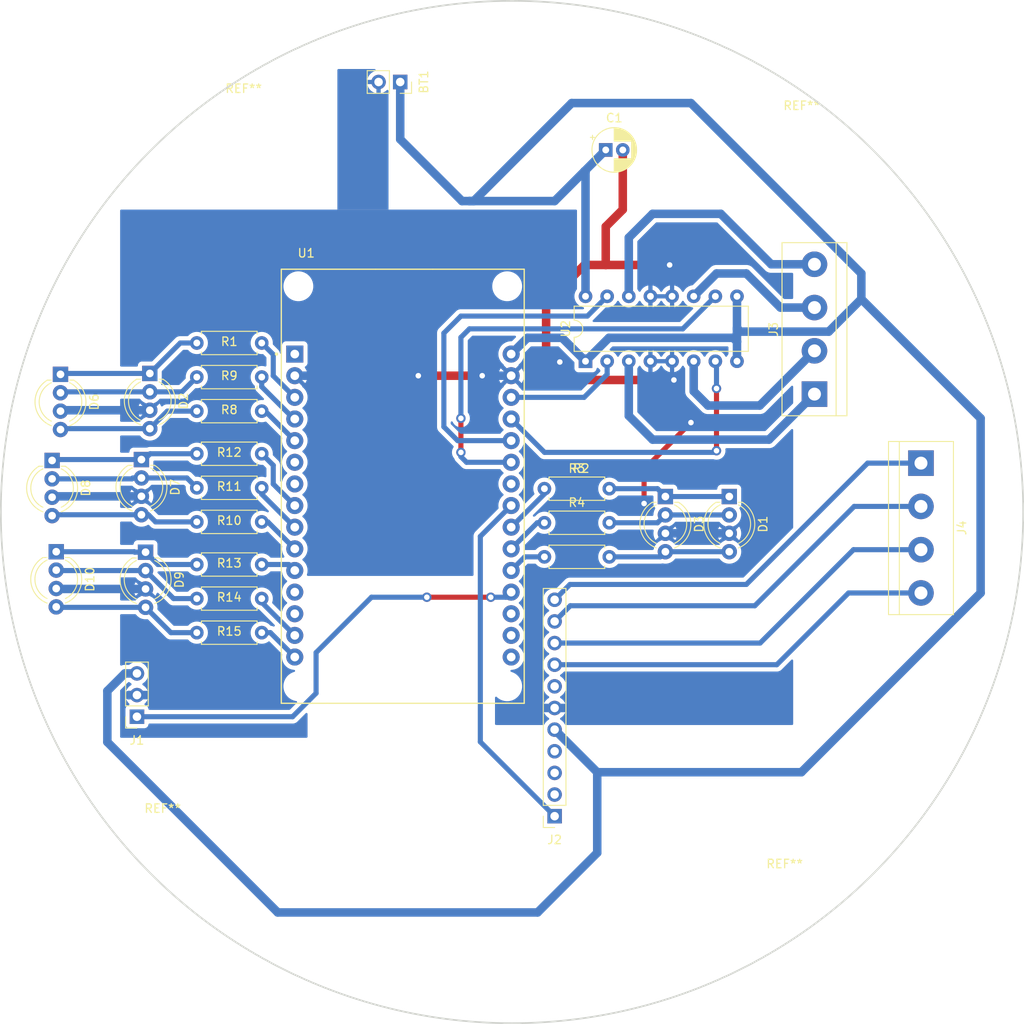
<source format=kicad_pcb>
(kicad_pcb (version 20240108) (generator "pcbnew") (generator_version "8.0")
  (layers (0 "F.Cu" signal) (31 "B.Cu" signal) (34 "B.Paste" user) (35 "F.Paste" user) (36 "B.SilkS" user "B.Silkscreen") (37 "F.SilkS" user "F.Silkscreen") (38 "B.Mask" user) (39 "F.Mask" user) (44 "Edge.Cuts" user))
  (net 0 "")
  (net 1 "+5V")
  (net 2 "GND")
  (net 3 "Net-(D1-GK)")
  (net 4 "Net-(D1-BK)")
  (net 5 "Net-(D1-RK)")
  (net 6 "Net-(D2-BK)")
  (net 7 "Net-(D2-GK)")
  (net 8 "Net-(D2-RK)")
  (net 9 "Net-(D7-BK)")
  (net 10 "Net-(D7-GK)")
  (net 11 "Net-(D7-RK)")
  (net 12 "Net-(D10-BK)")
  (net 13 "Net-(D10-GK)")
  (net 14 "Net-(D10-RK)")
  (net 15 "Net-(J1-Pin_1)")
  (net 16 "Net-(J2-Pin_11)")
  (net 17 "Net-(J2-Pin_8)")
  (net 20 "/C25")
  (net 22 "Net-(J2-Pin_10)")
  (net 23 "Net-(J2-Pin_9)")
  (net 24 "Net-(U1-D15)")
  (net 25 "Net-(U1-D35)")
  (net 26 "Net-(U1-D33)")
  (net 27 "Net-(U1-D32)")
  (net 28 "Net-(U1-D4)")
  (net 29 "Net-(U1-D2)")
  (net 30 "Net-(U1-D19)")
  (net 31 "Net-(U1-D18)")
  (net 32 "Net-(U1-D5)")
  (net 33 "/C21")
  (net 34 "Net-(U1-D22)")
  (net 35 "Net-(U1-D23)")
  (net 38 "/C27")
  (net 39 "/C14")
  (net 41 "/C12")
  (net 45 "/C13")
  (net 50 "/Pot_4")
  (net 51 "/Pot_3")
  (net 52 "/Pot_1")
  (net 53 "/Pot_2")
  (footprint "MountingHole:MountingHole_3.2mm_M3" (layer "F.Cu") (at 207 47)
    (property "Reference" "REF**" (at 0 -4.2 0) (layer "F.SilkS"))
    (property "Value" "MountingHole_3.2mm_M3")
    (pad "" np_thru_hole circle (at 0 0) (size 3.2 3.2) (drill 3.2) (layers "F&B.Cu" "*.Mask"))
  )
  (footprint "Resistor_THT:R_Axial_DIN0207_L6.3mm_D2.5mm_P7.62mm_Horizontal" (layer "F.Cu") (at 176.8 87.76)
    (property "Reference" "R3" (at 3.81 -2.37 0) (layer "F.SilkS"))
    (property "Value" "R_US")
    (pad "1" thru_hole circle (at 0 0) (size 1.6 1.6) (drill 0.8) (layers "*.Cu" "*.Mask") (net 26 "Net-(U1-D33)"))
    (pad "2" thru_hole oval (at 7.62 0) (size 1.6 1.6) (drill 0.8) (layers "*.Cu" "*.Mask") (net 5 "Net-(D1-RK)"))
  )
  (footprint "LED_THT:LED_D5.0mm-4_RGB_Wide_Pins" (layer "F.Cu") (at 119.015 84.448 -90)
    (property "Reference" "D8" (at 3.2385 -3.96 90) (layer "F.SilkS"))
    (property "Value" "LED_RBAG")
    (pad "1" thru_hole rect (at 0 0 270) (size 1.8 1.8) (drill 0.9) (layers "*.Cu" "*.Mask") (net 11 "Net-(D7-RK)"))
    (pad "2" thru_hole circle (at 2.159 0 270) (size 1.8 1.8) (drill 0.9) (layers "*.Cu" "*.Mask") (net 9 "Net-(D7-BK)"))
    (pad "3" thru_hole circle (at 4.318 0 270) (size 1.8 1.8) (drill 0.9) (layers "*.Cu" "*.Mask") (net 2 "GND"))
    (pad "4" thru_hole circle (at 6.477 0 270) (size 1.8 1.8) (drill 0.9) (layers "*.Cu" "*.Mask") (net 10 "Net-(D7-GK)"))
  )
  (footprint "MountingHole:MountingHole_3.2mm_M3" (layer "F.Cu") (at 205 136)
    (property "Reference" "REF**" (at 0 -4.2 0) (layer "F.SilkS"))
    (property "Value" "MountingHole_3.2mm_M3")
    (pad "" np_thru_hole circle (at 0 0) (size 3.2 3.2) (drill 3.2) (layers "*.Cu" "*.Mask"))
  )
  (footprint "Resistor_THT:R_Axial_DIN0207_L6.3mm_D2.5mm_P7.62mm_Horizontal" (layer "F.Cu") (at 136 104.659)
    (property "Reference" "R15" (at 3.81 -0.159 0) (layer "F.SilkS"))
    (property "Value" "R_US")
    (pad "1" thru_hole circle (at 0 0) (size 1.6 1.6) (drill 0.8) (layers "*.Cu" "*.Mask") (net 13 "Net-(D10-GK)"))
    (pad "2" thru_hole oval (at 7.62 0) (size 1.6 1.6) (drill 0.8) (layers "*.Cu" "*.Mask") (net 35 "Net-(U1-D23)"))
  )
  (footprint "LED_THT:LED_D5.0mm-4_RGB_Wide_Pins" (layer "F.Cu") (at 119.5 95.159 -90)
    (property "Reference" "D10" (at 3.2385 -3.96 90) (layer "F.SilkS"))
    (property "Value" "LED_RBAG")
    (pad "1" thru_hole rect (at 0 0 270) (size 1.8 1.8) (drill 0.9) (layers "*.Cu" "*.Mask") (net 14 "Net-(D10-RK)"))
    (pad "2" thru_hole circle (at 2.159 0 270) (size 1.8 1.8) (drill 0.9) (layers "*.Cu" "*.Mask") (net 12 "Net-(D10-BK)"))
    (pad "3" thru_hole circle (at 4.318 0 270) (size 1.8 1.8) (drill 0.9) (layers "*.Cu" "*.Mask") (net 2 "GND"))
    (pad "4" thru_hole circle (at 6.477 0 270) (size 1.8 1.8) (drill 0.9) (layers "*.Cu" "*.Mask") (net 13 "Net-(D10-GK)"))
  )
  (footprint "TerminalBlock:TerminalBlock_bornier-4_P5.08mm" (layer "F.Cu") (at 221 84.76 -90)
    (property "Reference" "J4" (at 7.6 -4.8 90) (layer "F.SilkS"))
    (property "Value" "Parlantes")
    (pad "1" thru_hole rect (at 0 0 270) (size 3 3) (drill 1.52) (layers "*.Cu" "*.Mask") (net 16 "Net-(J2-Pin_11)"))
    (pad "2" thru_hole circle (at 5.08 0 270) (size 3 3) (drill 1.52) (layers "*.Cu" "*.Mask") (net 22 "Net-(J2-Pin_10)"))
    (pad "3" thru_hole circle (at 10.16 0 270) (size 3 3) (drill 1.52) (layers "*.Cu" "*.Mask") (net 23 "Net-(J2-Pin_9)"))
    (pad "4" thru_hole circle (at 15.24 0 270) (size 3 3) (drill 1.52) (layers "*.Cu" "*.Mask") (net 17 "Net-(J2-Pin_8)"))
  )
  (footprint "TerminalBlock:TerminalBlock_bornier-4_P5.08mm" (layer "F.Cu") (at 208.5 76.66 90)
    (property "Reference" "J3" (at 7.6 -4.8 90) (layer "F.SilkS"))
    (property "Value" "Motores")
    (pad "1" thru_hole rect (at 0 0 90) (size 3 3) (drill 1.52) (layers "*.Cu" "*.Mask") (net 52 "/Pot_1"))
    (pad "2" thru_hole circle (at 5.08 0 90) (size 3 3) (drill 1.52) (layers "*.Cu" "*.Mask") (net 53 "/Pot_2"))
    (pad "3" thru_hole circle (at 10.16 0 90) (size 3 3) (drill 1.52) (layers "*.Cu" "*.Mask") (net 50 "/Pot_4"))
    (pad "4" thru_hole circle (at 15.24 0 90) (size 3 3) (drill 1.52) (layers "*.Cu" "*.Mask") (net 51 "/Pot_3"))
  )
  (footprint "MountingHole:MountingHole_3.2mm_M3" (layer "F.Cu") (at 141.5 45)
    (property "Reference" "REF**" (at 0 -4.2 0) (layer "F.SilkS"))
    (property "Value" "MountingHole_3.2mm_M3")
    (pad "" np_thru_hole circle (at 0 0) (size 3.2 3.2) (drill 3.2) (layers "*.Cu" "*.Mask"))
  )
  (footprint "Connector_PinSocket_2.54mm:PinSocket_1x03_P2.54mm_Vertical" (layer "F.Cu") (at 128.975 114.525 180)
    (property "Reference" "J1" (at 0 -2.77 0) (layer "F.SilkS"))
    (property "Value" "SensorSonido")
    (pad "1" thru_hole rect (at 0 0 180) (size 1.7 1.7) (drill 1) (layers "*.Cu" "*.Mask") (net 15 "Net-(J1-Pin_1)"))
    (pad "2" thru_hole oval (at 0 2.54 180) (size 1.7 1.7) (drill 1) (layers "*.Cu" "*.Mask") (net 2 "GND"))
    (pad "3" thru_hole oval (at 0 5.08 180) (size 1.7 1.7) (drill 1) (layers "*.Cu" "*.Mask") (net 1 "+5V"))
  )
  (footprint "Resistor_THT:R_Axial_DIN0207_L6.3mm_D2.5mm_P7.62mm_Horizontal" (layer "F.Cu") (at 136 100.659)
    (property "Reference" "R14" (at 3.81 -0.159 0) (layer "F.SilkS"))
    (property "Value" "R_US")
    (pad "1" thru_hole circle (at 0 0) (size 1.6 1.6) (drill 0.8) (layers "*.Cu" "*.Mask") (net 12 "Net-(D10-BK)"))
    (pad "2" thru_hole oval (at 7.62 0) (size 1.6 1.6) (drill 0.8) (layers "*.Cu" "*.Mask") (net 34 "Net-(U1-D22)"))
  )
  (footprint "LED_THT:LED_D5.0mm-4_RGB_Wide_Pins" (layer "F.Cu") (at 129.985 95.211 -90)
    (property "Reference" "D9" (at 3.2385 -3.96 90) (layer "F.SilkS"))
    (property "Value" "LED_RBAG")
    (pad "1" thru_hole rect (at 0 0 270) (size 1.8 1.8) (drill 0.9) (layers "*.Cu" "*.Mask") (net 14 "Net-(D10-RK)"))
    (pad "2" thru_hole circle (at 2.159 0 270) (size 1.8 1.8) (drill 0.9) (layers "*.Cu" "*.Mask") (net 12 "Net-(D10-BK)"))
    (pad "3" thru_hole circle (at 4.318 0 270) (size 1.8 1.8) (drill 0.9) (layers "*.Cu" "*.Mask") (net 2 "GND"))
    (pad "4" thru_hole circle (at 6.477 0 270) (size 1.8 1.8) (drill 0.9) (layers "*.Cu" "*.Mask") (net 13 "Net-(D10-GK)"))
  )
  (footprint "LED_THT:LED_D5.0mm-4_RGB_Wide_Pins" (layer "F.Cu") (at 130.485 74.234 -90)
    (property "Reference" "D2" (at 3.2385 -3.96 90) (layer "F.SilkS"))
    (property "Value" "LED_RBAG")
    (pad "1" thru_hole rect (at 0 0 270) (size 1.8 1.8) (drill 0.9) (layers "*.Cu" "*.Mask") (net 8 "Net-(D2-RK)"))
    (pad "2" thru_hole circle (at 2.159 0 270) (size 1.8 1.8) (drill 0.9) (layers "*.Cu" "*.Mask") (net 6 "Net-(D2-BK)"))
    (pad "3" thru_hole circle (at 4.318 0 270) (size 1.8 1.8) (drill 0.9) (layers "*.Cu" "*.Mask") (net 2 "GND"))
    (pad "4" thru_hole circle (at 6.477 0 270) (size 1.8 1.8) (drill 0.9) (layers "*.Cu" "*.Mask") (net 7 "Net-(D2-GK)"))
  )
  (footprint "Connector_PinSocket_2.54mm:PinSocket_1x11_P2.54mm_Vertical" (layer "F.Cu") (at 178 126.2 180)
    (property "Reference" "J2" (at 0 -2.77 0) (layer "F.SilkS"))
    (property "Value" "Amplificador")
    (pad "1" thru_hole rect (at 0 0 180) (size 1.7 1.7) (drill 1) (layers "*.Cu" "*.Mask") (net 20 "/C25"))
    (pad "2" thru_hole oval (at 0 2.54 180) (size 1.7 1.7) (drill 1) (layers "*.Cu" "*.Mask"))
    (pad "3" thru_hole oval (at 0 5.08 180) (size 1.7 1.7) (drill 1) (layers "*.Cu" "*.Mask"))
    (pad "4" thru_hole oval (at 0 7.62 180) (size 1.7 1.7) (drill 1) (layers "*.Cu" "*.Mask"))
    (pad "5" thru_hole oval (at 0 10.16 180) (size 1.7 1.7) (drill 1) (layers "*.Cu" "*.Mask") (net 1 "+5V"))
    (pad "6" thru_hole oval (at 0 12.7 180) (size 1.7 1.7) (drill 1) (layers "*.Cu" "*.Mask") (net 2 "GND"))
    (pad "7" thru_hole oval (at 0 15.24 180) (size 1.7 1.7) (drill 1) (layers "*.Cu" "*.Mask"))
    (pad "8" thru_hole oval (at 0 17.78 180) (size 1.7 1.7) (drill 1) (layers "*.Cu" "*.Mask") (net 17 "Net-(J2-Pin_8)"))
    (pad "9" thru_hole oval (at 0 20.32 180) (size 1.7 1.7) (drill 1) (layers "*.Cu" "*.Mask") (net 23 "Net-(J2-Pin_9)"))
    (pad "10" thru_hole oval (at 0 22.86 180) (size 1.7 1.7) (drill 1) (layers "*.Cu" "*.Mask") (net 22 "Net-(J2-Pin_10)"))
    (pad "11" thru_hole oval (at 0 25.4 180) (size 1.7 1.7) (drill 1) (layers "*.Cu" "*.Mask") (net 16 "Net-(J2-Pin_11)"))
  )
  (footprint "Resistor_THT:R_Axial_DIN0207_L6.3mm_D2.5mm_P7.62mm_Horizontal" (layer "F.Cu") (at 136 83.659)
    (property "Reference" "R12" (at 3.81 -0.159 0) (layer "F.SilkS"))
    (property "Value" "R_US")
    (pad "1" thru_hole circle (at 0 0) (size 1.6 1.6) (drill 0.8) (layers "*.Cu" "*.Mask") (net 11 "Net-(D7-RK)"))
    (pad "2" thru_hole oval (at 7.62 0) (size 1.6 1.6) (drill 0.8) (layers "*.Cu" "*.Mask") (net 32 "Net-(U1-D5)"))
  )
  (footprint "LED_THT:LED_D5.0mm-4_RGB_Wide_Pins" (layer "F.Cu") (at 129.5 84.341 -90)
    (property "Reference" "D7" (at 3.2385 -3.96 90) (layer "F.SilkS"))
    (property "Value" "LED_RBAG")
    (pad "1" thru_hole rect (at 0 0 270) (size 1.8 1.8) (drill 0.9) (layers "*.Cu" "*.Mask") (net 11 "Net-(D7-RK)"))
    (pad "2" thru_hole circle (at 2.159 0 270) (size 1.8 1.8) (drill 0.9) (layers "*.Cu" "*.Mask") (net 9 "Net-(D7-BK)"))
    (pad "3" thru_hole circle (at 4.318 0 270) (size 1.8 1.8) (drill 0.9) (layers "*.Cu" "*.Mask") (net 2 "GND"))
    (pad "4" thru_hole circle (at 6.477 0 270) (size 1.8 1.8) (drill 0.9) (layers "*.Cu" "*.Mask") (net 10 "Net-(D7-GK)"))
  )
  (footprint "LED_THT:LED_D5.0mm-4_RGB_Wide_Pins" (layer "F.Cu") (at 120 74.341 -90)
    (property "Reference" "D6" (at 3.2385 -3.96 90) (layer "F.SilkS"))
    (property "Value" "LED_RBAG")
    (pad "1" thru_hole rect (at 0 0 270) (size 1.8 1.8) (drill 0.9) (layers "*.Cu" "*.Mask") (net 8 "Net-(D2-RK)"))
    (pad "2" thru_hole circle (at 2.159 0 270) (size 1.8 1.8) (drill 0.9) (layers "*.Cu" "*.Mask") (net 6 "Net-(D2-BK)"))
    (pad "3" thru_hole circle (at 4.318 0 270) (size 1.8 1.8) (drill 0.9) (layers "*.Cu" "*.Mask") (net 2 "GND"))
    (pad "4" thru_hole circle (at 6.477 0 270) (size 1.8 1.8) (drill 0.9) (layers "*.Cu" "*.Mask") (net 7 "Net-(D2-GK)"))
  )
  (footprint "Resistor_THT:R_Axial_DIN0207_L6.3mm_D2.5mm_P7.62mm_Horizontal" (layer "F.Cu") (at 136 96.659)
    (property "Reference" "R13" (at 3.81 -0.159 0) (layer "F.SilkS"))
    (property "Value" "R_US")
    (pad "1" thru_hole circle (at 0 0) (size 1.6 1.6) (drill 0.8) (layers "*.Cu" "*.Mask") (net 14 "Net-(D10-RK)"))
    (pad "2" thru_hole oval (at 7.62 0) (size 1.6 1.6) (drill 0.8) (layers "*.Cu" "*.Mask") (net 33 "/C21"))
  )
  (footprint "Capacitor_THT:CP_Radial_D5.0mm_P2.00mm" (layer "F.Cu") (at 184 48)
    (property "Reference" "C1" (at 1 -3.75 0) (layer "F.SilkS"))
    (property "Value" "C_Polarized")
    (pad "1" thru_hole rect (at 0 0) (size 1.6 1.6) (drill 0.8) (layers "*.Cu" "*.Mask") (net 1 "+5V"))
    (pad "2" thru_hole circle (at 2 0) (size 1.6 1.6) (drill 0.8) (layers "*.Cu" "*.Mask") (net 2 "GND"))
  )
  (footprint "LED_THT:LED_D5.0mm-4_RGB_Wide_Pins" (layer "F.Cu") (at 191 88.682 -90)
    (property "Reference" "D3" (at 3.2385 -3.96 90) (layer "F.SilkS"))
    (property "Value" "LED_RBAG")
    (pad "1" thru_hole rect (at 0 0 270) (size 1.8 1.8) (drill 0.9) (layers "*.Cu" "*.Mask") (net 5 "Net-(D1-RK)"))
    (pad "2" thru_hole circle (at 2.159 0 270) (size 1.8 1.8) (drill 0.9) (layers "*.Cu" "*.Mask") (net 4 "Net-(D1-BK)"))
    (pad "3" thru_hole circle (at 4.318 0 270) (size 1.8 1.8) (drill 0.9) (layers "*.Cu" "*.Mask") (net 2 "GND"))
    (pad "4" thru_hole circle (at 6.477 0 270) (size 1.8 1.8) (drill 0.9) (layers "*.Cu" "*.Mask") (net 3 "Net-(D1-GK)"))
  )
  (footprint "Resistor_THT:R_Axial_DIN0207_L6.3mm_D2.5mm_P7.62mm_Horizontal" (layer "F.Cu") (at 176.8 95.76)
    (property "Reference" "R2" (at 4.31 -10.37 0) (layer "F.SilkS"))
    (property "Value" "R_US")
    (pad "1" thru_hole circle (at 0 0) (size 1.6 1.6) (drill 0.8) (layers "*.Cu" "*.Mask") (net 25 "Net-(U1-D35)"))
    (pad "2" thru_hole oval (at 7.62 0) (size 1.6 1.6) (drill 0.8) (layers "*.Cu" "*.Mask") (net 3 "Net-(D1-GK)"))
  )
  (footprint "MountingHole:MountingHole_3.2mm_M3" (layer "F.Cu") (at 132 129.5)
    (property "Reference" "REF**" (at 0 -4.2 0) (layer "F.SilkS"))
    (property "Value" "MountingHole_3.2mm_M3")
    (pad "" np_thru_hole circle (at 0 0) (size 3.2 3.2) (drill 3.2) (layers "F&B.Cu" "*.Mask"))
  )
  (footprint "LED_THT:LED_D5.0mm-4_RGB_Wide_Pins" (layer "F.Cu") (at 198.5 88.682 -90)
    (property "Reference" "D1" (at 3.2385 -3.96 90) (layer "F.SilkS"))
    (property "Value" "LED_RBAG")
    (pad "1" thru_hole rect (at 0 0 270) (size 1.8 1.8) (drill 0.9) (layers "*.Cu" "*.Mask") (net 5 "Net-(D1-RK)"))
    (pad "2" thru_hole circle (at 2.159 0 270) (size 1.8 1.8) (drill 0.9) (layers "*.Cu" "*.Mask") (net 4 "Net-(D1-BK)"))
    (pad "3" thru_hole circle (at 4.318 0 270) (size 1.8 1.8) (drill 0.9) (layers "*.Cu" "*.Mask") (net 2 "GND"))
    (pad "4" thru_hole circle (at 6.477 0 270) (size 1.8 1.8) (drill 0.9) (layers "*.Cu" "*.Mask") (net 3 "Net-(D1-GK)"))
  )
  (footprint "Resistor_THT:R_Axial_DIN0207_L6.3mm_D2.5mm_P7.62mm_Horizontal" (layer "F.Cu") (at 136 70.659)
    (property "Reference" "R1" (at 3.81 -0.159 0) (layer "F.SilkS"))
    (property "Value" "R_US")
    (pad "1" thru_hole circle (at 0 0) (size 1.6 1.6) (drill 0.8) (layers "*.Cu" "*.Mask") (net 8 "Net-(D2-RK)"))
    (pad "2" thru_hole oval (at 7.62 0) (size 1.6 1.6) (drill 0.8) (layers "*.Cu" "*.Mask") (net 24 "Net-(U1-D15)"))
  )
  (footprint "Resistor_THT:R_Axial_DIN0207_L6.3mm_D2.5mm_P7.62mm_Horizontal" (layer "F.Cu") (at 176.8 91.76)
    (property "Reference" "R4" (at 3.81 -2.37 0) (layer "F.SilkS"))
    (property "Value" "R_US")
    (pad "1" thru_hole circle (at 0 0) (size 1.6 1.6) (drill 0.8) (layers "*.Cu" "*.Mask") (net 27 "Net-(U1-D32)"))
    (pad "2" thru_hole oval (at 7.62 0) (size 1.6 1.6) (drill 0.8) (layers "*.Cu" "*.Mask") (net 4 "Net-(D1-BK)"))
  )
  (footprint "ESP32:MODULE_ESP32_DEVKIT_V1" (layer "F.Cu") (at 160.2 87.475)
    (property "Reference" "U1" (at -11.355 -27.36 0) (layer "F.SilkS"))
    (property "Value" "ESP32-DEVKIT-V1")
    (pad "" np_thru_hole circle (at -12.28 -23.475) (size 3 3) (drill 3) (layers "*.Cu" "*.Mask"))
    (pad "" np_thru_hole circle (at -12.28 23.475) (size 3 3) (drill 3) (layers "*.Cu" "*.Mask"))
    (pad "" np_thru_hole circle (at 12.23 -23.475) (size 3 3) (drill 3) (layers "*.Cu" "*.Mask"))
    (pad "" np_thru_hole circle (at 12.23 23.475) (size 3 3) (drill 3) (layers "*.Cu" "*.Mask"))
    (pad "1" thru_hole rect (at -12.7 -15.515) (size 2 2) (drill 1.02) (layers "*.Cu" "*.Mask"))
    (pad "2" thru_hole circle (at -12.7 -12.975) (size 2 2) (drill 1.02) (layers "*.Cu" "*.Mask") (net 2 "GND"))
    (pad "3" thru_hole circle (at -12.7 -10.435) (size 2 2) (drill 1.02) (layers "*.Cu" "*.Mask") (net 24 "Net-(U1-D15)"))
    (pad "4" thru_hole circle (at -12.7 -7.895) (size 2 2) (drill 1.02) (layers "*.Cu" "*.Mask") (net 29 "Net-(U1-D2)"))
    (pad "5" thru_hole circle (at -12.7 -5.355) (size 2 2) (drill 1.02) (layers "*.Cu" "*.Mask") (net 28 "Net-(U1-D4)"))
    (pad "6" thru_hole circle (at -12.7 -2.815) (size 2 2) (drill 1.02) (layers "*.Cu" "*.Mask"))
    (pad "7" thru_hole circle (at -12.7 -0.275) (size 2 2) (drill 1.02) (layers "*.Cu" "*.Mask"))
    (pad "8" thru_hole circle (at -12.7 2.265) (size 2 2) (drill 1.02) (layers "*.Cu" "*.Mask") (net 32 "Net-(U1-D5)"))
    (pad "9" thru_hole circle (at -12.7 4.805) (size 2 2) (drill 1.02) (layers "*.Cu" "*.Mask") (net 31 "Net-(U1-D18)"))
    (pad "10" thru_hole circle (at -12.7 7.345) (size 2 2) (drill 1.02) (layers "*.Cu" "*.Mask") (net 30 "Net-(U1-D19)"))
    (pad "11" thru_hole circle (at -12.7 9.885) (size 2 2) (drill 1.02) (layers "*.Cu" "*.Mask") (net 33 "/C21"))
    (pad "12" thru_hole circle (at -12.7 12.425) (size 2 2) (drill 1.02) (layers "*.Cu" "*.Mask"))
    (pad "13" thru_hole circle (at -12.7 14.965) (size 2 2) (drill 1.02) (layers "*.Cu" "*.Mask"))
    (pad "14" thru_hole circle (at -12.7 17.505) (size 2 2) (drill 1.02) (layers "*.Cu" "*.Mask") (net 34 "Net-(U1-D22)"))
    (pad "15" thru_hole circle (at -12.7 20.045) (size 2 2) (drill 1.02) (layers "*.Cu" "*.Mask") (net 35 "Net-(U1-D23)"))
    (pad "16" thru_hole circle (at 12.7 20.045) (size 2 2) (drill 1.02) (layers "*.Cu" "*.Mask"))
    (pad "17" thru_hole circle (at 12.7 17.505) (size 2 2) (drill 1.02) (layers "*.Cu" "*.Mask"))
    (pad "18" thru_hole circle (at 12.7 14.965) (size 2 2) (drill 1.02) (layers "*.Cu" "*.Mask"))
    (pad "19" thru_hole circle (at 12.7 12.425) (size 2 2) (drill 1.02) (layers "*.Cu" "*.Mask") (net 15 "Net-(J1-Pin_1)"))
    (pad "20" thru_hole circle (at 12.7 9.885) (size 2 2) (drill 1.02) (layers "*.Cu" "*.Mask") (net 25 "Net-(U1-D35)"))
    (pad "21" thru_hole circle (at 12.7 7.345) (size 2 2) (drill 1.02) (layers "*.Cu" "*.Mask") (net 27 "Net-(U1-D32)"))
    (pad "22" thru_hole circle (at 12.7 4.805) (size 2 2) (drill 1.02) (layers "*.Cu" "*.Mask") (net 26 "Net-(U1-D33)"))
    (pad "23" thru_hole circle (at 12.7 2.265) (size 2 2) (drill 1.02) (layers "*.Cu" "*.Mask") (net 20 "/C25"))
    (pad "24" thru_hole circle (at 12.7 -0.275) (size 2 2) (drill 1.02) (layers "*.Cu" "*.Mask"))
    (pad "25" thru_hole circle (at 12.7 -2.815) (size 2 2) (drill 1.02) (layers "*.Cu" "*.Mask") (net 38 "/C27"))
    (pad "26" thru_hole circle (at 12.7 -5.355) (size 2 2) (drill 1.02) (layers "*.Cu" "*.Mask") (net 39 "/C14"))
    (pad "27" thru_hole circle (at 12.7 -7.895) (size 2 2) (drill 1.02) (layers "*.Cu" "*.Mask") (net 41 "/C12"))
    (pad "28" thru_hole circle (at 12.7 -10.435) (size 2 2) (drill 1.02) (layers "*.Cu" "*.Mask") (net 45 "/C13"))
    (pad "29" thru_hole circle (at 12.7 -12.975) (size 2 2) (drill 1.02) (layers "*.Cu" "*.Mask") (net 2 "GND"))
    (pad "30" thru_hole circle (at 12.7 -15.515) (size 2 2) (drill 1.02) (layers "*.Cu" "*.Mask") (net 1 "+5V"))
    (zone (net 0) (net_name "") (layer "B.Cu") (connect_pads (clearance 0)) (min_thickness 0.01)
      (keepout (tracks not_allowed) (vias not_allowed) (pads not_allowed) (copperpour not_allowed) (footprints allowed))
      (fill (thermal_gap 0.508) (thermal_bridge_width 0.508))
      (polygon (pts (xy 151.29 106.46) (xy 168.98 106.46) (xy 168.98 112.95) (xy 151.29 112.95)))
    )
  )
  (footprint "Resistor_THT:R_Axial_DIN0207_L6.3mm_D2.5mm_P7.62mm_Horizontal" (layer "F.Cu") (at 136 78.659)
    (property "Reference" "R8" (at 3.81 -0.159 0) (layer "F.SilkS"))
    (property "Value" "R_US")
    (pad "1" thru_hole circle (at 0 0) (size 1.6 1.6) (drill 0.8) (layers "*.Cu" "*.Mask") (net 7 "Net-(D2-GK)"))
    (pad "2" thru_hole oval (at 7.62 0) (size 1.6 1.6) (drill 0.8) (layers "*.Cu" "*.Mask") (net 28 "Net-(U1-D4)"))
  )
  (footprint "Resistor_THT:R_Axial_DIN0207_L6.3mm_D2.5mm_P7.62mm_Horizontal" (layer "F.Cu") (at 136 87.659)
    (property "Reference" "R11" (at 3.81 -0.159 0) (layer "F.SilkS"))
    (property "Value" "R_US")
    (pad "1" thru_hole circle (at 0 0) (size 1.6 1.6) (drill 0.8) (layers "*.Cu" "*.Mask") (net 9 "Net-(D7-BK)"))
    (pad "2" thru_hole oval (at 7.62 0) (size 1.6 1.6) (drill 0.8) (layers "*.Cu" "*.Mask") (net 31 "Net-(U1-D18)"))
  )
  (footprint "Resistor_THT:R_Axial_DIN0207_L6.3mm_D2.5mm_P7.62mm_Horizontal" (layer "F.Cu") (at 136 74.659)
    (property "Reference" "R9" (at 3.81 -0.159 0) (layer "F.SilkS"))
    (property "Value" "R_US")
    (pad "1" thru_hole circle (at 0 0) (size 1.6 1.6) (drill 0.8) (layers "*.Cu" "*.Mask") (net 6 "Net-(D2-BK)"))
    (pad "2" thru_hole oval (at 7.62 0) (size 1.6 1.6) (drill 0.8) (layers "*.Cu" "*.Mask") (net 29 "Net-(U1-D2)"))
  )
  (footprint "Package_DIP:DIP-16_W7.62mm" (layer "F.Cu") (at 181.625 72.8 90)
    (property "Reference" "U2" (at 3.81 -2.33 90) (layer "F.SilkS"))
    (property "Value" "L293D")
    (pad "1" thru_hole rect (at 0 0 90) (size 1.6 1.6) (drill 0.8) (layers "*.Cu" "*.Mask") (net 1 "+5V"))
    (pad "2" thru_hole oval (at 0 2.54 90) (size 1.6 1.6) (drill 0.8) (layers "*.Cu" "*.Mask") (net 45 "/C13"))
    (pad "3" thru_hole oval (at 0 5.08 90) (size 1.6 1.6) (drill 0.8) (layers "*.Cu" "*.Mask") (net 52 "/Pot_1"))
    (pad "4" thru_hole oval (at 0 7.62 90) (size 1.6 1.6) (drill 0.8) (layers "*.Cu" "*.Mask") (net 2 "GND"))
    (pad "5" thru_hole oval (at 0 10.16 90) (size 1.6 1.6) (drill 0.8) (layers "*.Cu" "*.Mask") (net 2 "GND"))
    (pad "6" thru_hole oval (at 0 12.7 90) (size 1.6 1.6) (drill 0.8) (layers "*.Cu" "*.Mask") (net 53 "/Pot_2"))
    (pad "7" thru_hole oval (at 0 15.24 90) (size 1.6 1.6) (drill 0.8) (layers "*.Cu" "*.Mask") (net 41 "/C12"))
    (pad "8" thru_hole oval (at 0 17.78 90) (size 1.6 1.6) (drill 0.8) (layers "*.Cu" "*.Mask") (net 1 "+5V"))
    (pad "9" thru_hole oval (at 7.62 17.78 90) (size 1.6 1.6) (drill 0.8) (layers "*.Cu" "*.Mask") (net 1 "+5V"))
    (pad "10" thru_hole oval (at 7.62 15.24 90) (size 1.6 1.6) (drill 0.8) (layers "*.Cu" "*.Mask") (net 38 "/C27"))
    (pad "11" thru_hole oval (at 7.62 12.7 90) (size 1.6 1.6) (drill 0.8) (layers "*.Cu" "*.Mask") (net 50 "/Pot_4"))
    (pad "12" thru_hole oval (at 7.62 10.16 90) (size 1.6 1.6) (drill 0.8) (layers "*.Cu" "*.Mask") (net 2 "GND"))
    (pad "13" thru_hole oval (at 7.62 7.62 90) (size 1.6 1.6) (drill 0.8) (layers "*.Cu" "*.Mask") (net 2 "GND"))
    (pad "14" thru_hole oval (at 7.62 5.08 90) (size 1.6 1.6) (drill 0.8) (layers "*.Cu" "*.Mask") (net 51 "/Pot_3"))
    (pad "15" thru_hole oval (at 7.62 2.54 90) (size 1.6 1.6) (drill 0.8) (layers "*.Cu" "*.Mask") (net 39 "/C14"))
    (pad "16" thru_hole oval (at 7.62 0 90) (size 1.6 1.6) (drill 0.8) (layers "*.Cu" "*.Mask") (net 1 "+5V"))
  )
  (footprint "Resistor_THT:R_Axial_DIN0207_L6.3mm_D2.5mm_P7.62mm_Horizontal" (layer "F.Cu") (at 136 91.659)
    (property "Reference" "R10" (at 3.81 -0.159 0) (layer "F.SilkS"))
    (property "Value" "R_US")
    (pad "1" thru_hole circle (at 0 0) (size 1.6 1.6) (drill 0.8) (layers "*.Cu" "*.Mask") (net 10 "Net-(D7-GK)"))
    (pad "2" thru_hole oval (at 7.62 0) (size 1.6 1.6) (drill 0.8) (layers "*.Cu" "*.Mask") (net 30 "Net-(U1-D19)"))
  )
  (footprint "Connector_PinSocket_2.54mm:PinSocket_1x02_P2.54mm_Vertical" (layer "F.Cu") (at 159.875 40.025 -90)
    (property "Reference" "BT1" (at 0 -2.77 90) (layer "F.SilkS"))
    (property "Value" "Battery")
    (pad "1" thru_hole rect (at 0 0 270) (size 1.7 1.7) (drill 1) (layers "*.Cu" "*.Mask") (net 1 "+5V"))
    (pad "2" thru_hole oval (at 0 2.54 270) (size 1.7 1.7) (drill 1) (layers "*.Cu" "*.Mask") (net 2 "GND"))
  )
  (gr_circle (center 173 90.5) (end 233 90.5) (stroke (width 0.2)) (fill none) (layer "Edge.Cuts"))
  (segment (start 181.625 72.8) (end 178.879 70.054) (width 1) (layer "B.Cu") (net 1))
  (segment (start 199.405 69.5) (end 199.405 69.095) (width 1) (layer "B.Cu") (net 1))
  (segment (start 194 42.5) (end 180 42.5) (width 1) (layer "B.Cu") (net 1))
  (segment (start 199.405 65.18) (end 199.405 68.905) (width 1) (layer "B.Cu") (net 1))
  (segment (start 178.879 70.054) (end 174.806 70.054) (width 1) (layer "B.Cu") (net 1))
  (segment (start 159.875 46.75) (end 167.125 54) (width 1) (layer "B.Cu") (net 1))
  (segment (start 176 137.5) (end 145.5 137.5) (width 1) (layer "B.Cu") (net 1))
  (segment (start 199.579 69.326) (end 210.174 69.326) (width 1) (layer "B.Cu") (net 1))
  (segment (start 178 116.04) (end 183 121.04) (width 1) (layer "B.Cu") (net 1))
  (segment (start 183 121.04) (end 206.96 121.04) (width 1) (layer "B.Cu") (net 1))
  (segment (start 178 54) (end 181.5 50.5) (width 1) (layer "B.Cu") (net 1))
  (segment (start 125.5 111.5) (end 127.555 109.445) (width 1) (layer "B.Cu") (net 1))
  (segment (start 214 62.5) (end 194 42.5) (width 1) (layer "B.Cu") (net 1))
  (segment (start 184.371 70.054) (end 198.959 70.054) (width 1) (layer "B.Cu") (net 1))
  (segment (start 228 79.5) (end 214 65.5) (width 1) (layer "B.Cu") (net 1))
  (segment (start 174.806 70.054) (end 172.9 71.96) (width 1) (layer "B.Cu") (net 1))
  (segment (start 127.555 109.445) (end 128.975 109.445) (width 1) (layer "B.Cu") (net 1))
  (segment (start 181.5 50.5) (end 181.625 50.625) (width 1) (layer "B.Cu") (net 1))
  (segment (start 206.96 121.04) (end 228 100) (width 1) (layer "B.Cu") (net 1))
  (segment (start 199.405 70.5) (end 199.405 69.5) (width 1) (layer "B.Cu") (net 1))
  (segment (start 184.371 70.054) (end 181.625 72.8) (width 1) (layer "B.Cu") (net 1))
  (segment (start 198.959 70.054) (end 199.405 70.5) (width 1) (layer "B.Cu") (net 1))
  (segment (start 168 54) (end 178 54) (width 1) (layer "B.Cu") (net 1))
  (segment (start 181.625 50.625) (end 181.625 65.18) (width 1) (layer "B.Cu") (net 1))
  (segment (start 199.405 69.095) (end 199.5 69) (width 1) (layer "B.Cu") (net 1))
  (segment (start 214 65.5) (end 214 62.5) (width 1) (layer "B.Cu") (net 1))
  (segment (start 199.405 69.5) (end 199.579 69.326) (width 1) (layer "B.Cu") (net 1))
  (segment (start 199.405 72.8) (end 199.405 70.5) (width 1) (layer "B.Cu") (net 1))
  (segment (start 168 54) (end 167.125 54) (width 1) (layer "B.Cu") (net 1))
  (segment (start 199.405 68.905) (end 199.5 69) (width 1) (layer "B.Cu") (net 1))
  (segment (start 183 121.04) (end 183 130.5) (width 1) (layer "B.Cu") (net 1))
  (segment (start 125.5 117.5) (end 125.5 111.5) (width 1) (layer "B.Cu") (net 1))
  (segment (start 180 42.5) (end 168.5 54) (width 1) (layer "B.Cu") (net 1))
  (segment (start 159.875 40.025) (end 159.875 46.75) (width 1) (layer "B.Cu") (net 1))
  (segment (start 184 48) (end 181.5 50.5) (width 1) (layer "B.Cu") (net 1))
  (segment (start 145.5 137.5) (end 125.5 117.5) (width 1) (layer "B.Cu") (net 1))
  (segment (start 228 100) (end 228 79.5) (width 1) (layer "B.Cu") (net 1))
  (segment (start 210.174 69.326) (end 214 65.5) (width 1) (layer "B.Cu") (net 1))
  (segment (start 183 130.5) (end 176 137.5) (width 1) (layer "B.Cu") (net 1))
  (segment (start 168.5 54) (end 168 54) (width 1) (layer "B.Cu") (net 1))
  (segment (start 177 66) (end 181.5 61.5) (width 1) (layer "F.Cu") (net 2))
  (segment (start 192 75) (end 180.717 75) (width 1) (layer "F.Cu") (net 2))
  (segment (start 184 61.5) (end 191.5 61.5) (width 1) (layer "F.Cu") (net 2))
  (segment (start 188.5 85.5) (end 194 80) (width 0.6) (layer "F.Cu") (net 2))
  (segment (start 180.717 75) (end 177 71.283) (width 1) (layer "F.Cu") (net 2))
  (segment (start 177 71.283) (end 177 66) (width 1) (layer "F.Cu") (net 2))
  (segment (start 186 55) (end 184 57) (width 1) (layer "F.Cu") (net 2))
  (segment (start 188.5 89.5) (end 188.5 85.5) (width 0.6) (layer "F.Cu") (net 2))
  (segment (start 162 74.5) (end 169.5 74.5) (width 1) (layer "F.Cu") (net 2))
  (segment (start 181.5 61.5) (end 184 61.5) (width 1) (layer "F.Cu") (net 2))
  (segment (start 186 48) (end 186 55) (width 1) (layer "F.Cu") (net 2))
  (segment (start 184 57) (end 184 61.5) (width 1) (layer "F.Cu") (net 2))
  (via (at 178.6085 72.8915) (size 1.3) (drill 0.65) (layers "F.Cu" "B.Cu") (net 2))
  (via (at 169.5 74.5) (size 1.3) (drill 0.65) (layers "F.Cu" "B.Cu") (net 2))
  (via (at 194 80) (size 1.1) (drill 0.65) (layers "F.Cu" "B.Cu") (net 2))
  (via (at 188.5 89.5) (size 1.1) (drill 0.65) (layers "F.Cu" "B.Cu") (net 2))
  (via (at 192 75) (size 1.1) (drill 0.65) (layers "F.Cu" "B.Cu") (net 2))
  (via (at 191.5 61.5) (size 1.3) (drill 0.65) (layers "F.Cu" "B.Cu") (net 2))
  (via (at 162 74.5) (size 1.3) (drill 0.65) (layers "F.Cu" "B.Cu") (net 2))
  (segment (start 120.107 78.552) (end 120 78.659) (width 1) (layer "B.Cu") (net 2))
  (segment (start 147.5 74.5) (end 162 74.5) (width 1) (layer "B.Cu") (net 2))
  (segment (start 178 113.5) (end 174.5 113.5) (width 1) (layer "B.Cu") (net 2))
  (segment (start 129.985 99.529) (end 119.552 99.529) (width 1) (layer "B.Cu") (net 2))
  (segment (start 128.015 111.985) (end 128.975 111.985) (width 1) (layer "B.Cu") (net 2))
  (segment (start 128.015 111.985) (end 128 112) (width 1) (layer "B.Cu") (net 2))
  (segment (start 194 80) (end 195 80) (width 0.6) (layer "B.Cu") (net 2))
  (segment (start 188.5 89.5) (end 187 89.5) (width 0.6) (layer "B.Cu") (net 2))
  (segment (start 191 93) (end 198.5 93) (width 1) (layer "B.Cu") (net 2))
  (segment (start 119.122 88.659) (end 119.015 88.766) (width 1) (layer "B.Cu") (net 2))
  (segment (start 119.552 99.529) (end 119.5 99.477) (width 1) (layer "B.Cu") (net 2))
  (segment (start 172.9 74.5) (end 169.5 74.5) (width 1) (layer "B.Cu") (net 2))
  (segment (start 130.485 78.552) (end 120.107 78.552) (width 1) (layer "B.Cu") (net 2))
  (segment (start 128.975 111.985) (end 130.485 111.985) (width 1) (layer "B.Cu") (net 2))
  (segment (start 178 113.5) (end 182 113.5) (width 1) (layer "B.Cu") (net 2))
  (segment (start 130.485 111.985) (end 130.5 112) (width 1) (layer "B.Cu") (net 2))
  (segment (start 129.5 88.659) (end 119.122 88.659) (width 1) (layer "B.Cu") (net 2))
  (segment (start 190.399 95.76) (end 191 95.159) (width 0.6) (layer "B.Cu") (net 3))
  (segment (start 191 95.159) (end 198.5 95.159) (width 0.6) (layer "B.Cu") (net 3))
  (segment (start 184.42 95.76) (end 190.399 95.76) (width 0.6) (layer "B.Cu") (net 3))
  (segment (start 191 90.841) (end 198.5 90.841) (width 0.6) (layer "B.Cu") (net 4))
  (segment (start 184.42 91.76) (end 190.081 91.76) (width 0.6) (layer "B.Cu") (net 4))
  (segment (start 190.081 91.76) (end 191 90.841) (width 0.6) (layer "B.Cu") (net 4))
  (segment (start 191 88.682) (end 198.5 88.682) (width 0.6) (layer "B.Cu") (net 5))
  (segment (start 184.42 87.76) (end 190.078 87.76) (width 0.6) (layer "B.Cu") (net 5))
  (segment (start 190.078 87.76) (end 191 88.682) (width 0.6) (layer "B.Cu") (net 5))
  (segment (start 120.107 76.393) (end 120 76.5) (width 0.6) (layer "B.Cu") (net 6))
  (segment (start 130.485 76.393) (end 120.107 76.393) (width 0.6) (layer "B.Cu") (net 6))
  (segment (start 134.266 76.393) (end 130.485 76.393) (width 0.6) (layer "B.Cu") (net 6))
  (segment (start 136 74.659) (end 134.266 76.393) (width 0.6) (layer "B.Cu") (net 6))
  (segment (start 132.537 78.659) (end 130.485 80.711) (width 0.6) (layer "B.Cu") (net 7))
  (segment (start 120.107 80.711) (end 120 80.818) (width 0.6) (layer "B.Cu") (net 7))
  (segment (start 136 78.659) (end 132.537 78.659) (width 0.6) (layer "B.Cu") (net 7))
  (segment (start 130.485 80.711) (end 120.107 80.711) (width 0.6) (layer "B.Cu") (net 7))
  (segment (start 130.485 74.234) (end 120.107 74.234) (width 0.6) (layer "B.Cu") (net 8))
  (segment (start 134.06 70.659) (end 130.485 74.234) (width 0.6) (layer "B.Cu") (net 8))
  (segment (start 120.107 74.234) (end 120 74.341) (width 0.6) (layer "B.Cu") (net 8))
  (segment (start 136 70.659) (end 134.06 70.659) (width 0.6) (layer "B.Cu") (net 8))
  (segment (start 128.5 86.5) (end 128.393 86.607) (width 0.6) (layer "B.Cu") (net 9))
  (segment (start 134.841 86.5) (end 136 87.659) (width 0.6) (layer "B.Cu") (net 9))
  (segment (start 128.393 86.607) (end 119.015 86.607) (width 0.6) (layer "B.Cu") (net 9))
  (segment (start 129.5 86.5) (end 134.841 86.5) (width 0.6) (layer "B.Cu") (net 9))
  (segment (start 129.5 86.5) (end 128.5 86.5) (width 0.6) (layer "B.Cu") (net 9))
  (segment (start 129.5 90.818) (end 119.122 90.818) (width 0.6) (layer "B.Cu") (net 10))
  (segment (start 129.5 90.818) (end 130.318 90.818) (width 0.6) (layer "B.Cu") (net 10))
  (segment (start 130.318 90.818) (end 131.159 91.659) (width 0.6) (layer "B.Cu") (net 10))
  (segment (start 131.159 91.659) (end 136 91.659) (width 0.6) (layer "B.Cu") (net 10))
  (segment (start 119.122 90.818) (end 119.015 90.925) (width 0.6) (layer "B.Cu") (net 10))
  (segment (start 129.5 84.341) (end 129.841 84.341) (width 0.6) (layer "B.Cu") (net 11))
  (segment (start 130.523 83.659) (end 136 83.659) (width 0.6) (layer "B.Cu") (net 11))
  (segment (start 129.5 84.341) (end 119.122 84.341) (width 0.6) (layer "B.Cu") (net 11))
  (segment (start 119.122 84.341) (end 119.015 84.448) (width 0.6) (layer "B.Cu") (net 11))
  (segment (start 129.841 84.341) (end 130.523 83.659) (width 0.6) (layer "B.Cu") (net 11))
  (segment (start 119.552 97.37) (end 119.5 97.318) (width 0.6) (layer "B.Cu") (net 12))
  (segment (start 129.985 97.37) (end 119.552 97.37) (width 0.6) (layer "B.Cu") (net 12))
  (segment (start 136 100.659) (end 133.274 100.659) (width 0.6) (layer "B.Cu") (net 12))
  (segment (start 133.274 100.659) (end 129.985 97.37) (width 0.6) (layer "B.Cu") (net 12))
  (segment (start 129.985 101.688) (end 119.552 101.688) (width 0.6) (layer "B.Cu") (net 13))
  (segment (start 119.552 101.688) (end 119.5 101.636) (width 0.6) (layer "B.Cu") (net 13))
  (segment (start 132.956 104.659) (end 129.985 101.688) (width 0.6) (layer "B.Cu") (net 13))
  (segment (start 136 104.659) (end 132.956 104.659) (width 0.6) (layer "B.Cu") (net 13))
  (segment (start 129.985 95.211) (end 128.711 95.211) (width 0.6) (layer "B.Cu") (net 14))
  (segment (start 128.659 95.159) (end 119.5 95.159) (width 0.6) (layer "B.Cu") (net 14))
  (segment (start 128.711 95.211) (end 128.659 95.159) (width 0.6) (layer "B.Cu") (net 14))
  (segment (start 131.433 96.659) (end 129.985 95.211) (width 0.6) (layer "B.Cu") (net 14))
  (segment (start 136 96.659) (end 131.433 96.659) (width 0.6) (layer "B.Cu") (net 14))
  (segment (start 163 100.5) (end 170.5 100.5) (width 0.6) (layer "F.Cu") (net 15))
  (via (at 170.5 100.5) (size 1.1) (drill 0.65) (layers "F.Cu" "B.Cu") (net 15))
  (via (at 163 100.5) (size 1.1) (drill 0.65) (layers "F.Cu" "B.Cu") (net 15))
  (segment (start 147.244138 114.525) (end 150 111.769138) (width 0.6) (layer "B.Cu") (net 15))
  (segment (start 150 111.769138) (end 150 107) (width 0.6) (layer "B.Cu") (net 15))
  (segment (start 172.3 100.5) (end 172.9 99.9) (width 0.6) (layer "B.Cu") (net 15))
  (segment (start 170.5 100.5) (end 172.3 100.5) (width 0.6) (layer "B.Cu") (net 15))
  (segment (start 150 107) (end 156.5 100.5) (width 0.6) (layer "B.Cu") (net 15))
  (segment (start 156.5 100.5) (end 163 100.5) (width 0.6) (layer "B.Cu") (net 15))
  (segment (start 128.975 114.525) (end 147.244138 114.525) (width 0.6) (layer "B.Cu") (net 15))
  (segment (start 214.74 84.76) (end 200.5 99) (width 0.6) (layer "B.Cu") (net 16))
  (segment (start 179.8 99) (end 178 100.8) (width 0.6) (layer "B.Cu") (net 16))
  (segment (start 200.5 99) (end 179.8 99) (width 0.6) (layer "B.Cu") (net 16))
  (segment (start 221 84.76) (end 214.74 84.76) (width 0.6) (layer "B.Cu") (net 16))
  (segment (start 221 100) (end 212.5 100) (width 0.6) (layer "B.Cu") (net 17))
  (segment (start 204.08 108.42) (end 178 108.42) (width 0.6) (layer "B.Cu") (net 17))
  (segment (start 212.5 100) (end 204.08 108.42) (width 0.6) (layer "B.Cu") (net 17))
  (segment (start 178 126.2) (end 169.28 117.48) (width 0.6) (layer "B.Cu") (net 20))
  (segment (start 169.28 117.48) (end 169.28 93.36) (width 0.6) (layer "B.Cu") (net 20))
  (segment (start 169.28 93.36) (end 172.9 89.74) (width 0.6) (layer "B.Cu") (net 20))
  (segment (start 179.84 101.5) (end 178 103.34) (width 0.6) (layer "B.Cu") (net 22))
  (segment (start 221 89.84) (end 213.16 89.84) (width 0.6) (layer "B.Cu") (net 22))
  (segment (start 213.16 89.84) (end 201.5 101.5) (width 0.6) (layer "B.Cu") (net 22))
  (segment (start 201.5 101.5) (end 179.84 101.5) (width 0.6) (layer "B.Cu") (net 22))
  (segment (start 221 94.92) (end 213.08 94.92) (width 0.6) (layer "B.Cu") (net 23))
  (segment (start 202.12 105.88) (end 178 105.88) (width 0.6) (layer "B.Cu") (net 23))
  (segment (start 213.08 94.92) (end 202.12 105.88) (width 0.6) (layer "B.Cu") (net 23))
  (segment (start 144.974 74.514) (end 147.5 77.04) (width 0.6) (layer "B.Cu") (net 24))
  (segment (start 144.974 72.013) (end 144.974 74.514) (width 0.6) (layer "B.Cu") (net 24))
  (segment (start 143.62 70.659) (end 144.974 72.013) (width 0.6) (layer "B.Cu") (net 24))
  (segment (start 176.8 95.76) (end 174.5 95.76) (width 0.6) (layer "B.Cu") (net 25))
  (segment (start 174.5 95.76) (end 172.9 97.36) (width 0.6) (layer "B.Cu") (net 25))
  (segment (start 176.8 87.76) (end 176.8 88.38) (width 0.6) (layer "B.Cu") (net 26))
  (segment (start 176.8 88.38) (end 172.9 92.28) (width 0.6) (layer "B.Cu") (net 26))
  (segment (start 176.8 91.76) (end 175.96 91.76) (width 0.6) (layer "B.Cu") (net 27))
  (segment (start 175.96 91.76) (end 172.9 94.82) (width 0.6) (layer "B.Cu") (net 27))
  (segment (start 144.039 78.659) (end 147.5 82.12) (width 0.6) (layer "B.Cu") (net 28))
  (segment (start 143.62 78.659) (end 144.039 78.659) (width 0.6) (layer "B.Cu") (net 28))
  (segment (start 143.62 75.79037) (end 147.40963 79.58) (width 0.6) (layer "B.Cu") (net 29))
  (segment (start 147.40963 79.58) (end 147.5 79.58) (width 0.6) (layer "B.Cu") (net 29))
  (segment (start 143.62 74.659) (end 143.62 75.79037) (width 0.6) (layer "B.Cu") (net 29))
  (segment (start 144.339 91.659) (end 147.5 94.82) (width 0.6) (layer "B.Cu") (net 30))
  (segment (start 143.62 91.659) (end 144.339 91.659) (width 0.6) (layer "B.Cu") (net 30))
  (segment (start 143.62 88.4) (end 147.5 92.28) (width 0.6) (layer "B.Cu") (net 31))
  (segment (start 143.62 87.659) (end 143.62 88.4) (width 0.6) (layer "B.Cu") (net 31))
  (segment (start 144.974 87.214) (end 147.5 89.74) (width 0.6) (layer "B.Cu") (net 32))
  (segment (start 144.974 85.013) (end 144.974 87.214) (width 0.6) (layer "B.Cu") (net 32))
  (segment (start 143.62 83.659) (end 144.974 85.013) (width 0.6) (layer "B.Cu") (net 32))
  (segment (start 146.799 96.659) (end 147.5 97.36) (width 0.6) (layer "B.Cu") (net 33))
  (segment (start 143.62 96.659) (end 146.799 96.659) (width 0.6) (layer "B.Cu") (net 33))
  (segment (start 143.62 100.659) (end 143.62 101.1) (width 0.6) (layer "B.Cu") (net 34))
  (segment (start 143.62 101.1) (end 147.5 104.98) (width 0.6) (layer "B.Cu") (net 34))
  (segment (start 143.62 104.659) (end 144.639 104.659) (width 0.6) (layer "B.Cu") (net 35))
  (segment (start 144.639 104.659) (end 147.5 107.52) (width 0.6) (layer "B.Cu") (net 35))
  (segment (start 167 79.5) (end 167 83.5) (width 0.6) (layer "F.Cu") (net 38))
  (via (at 167 83.5) (size 1.1) (drill 0.65) (layers "F.Cu" "B.Cu") (net 38))
  (via (at 167 79.5) (size 1.1) (drill 0.65) (layers "F.Cu" "B.Cu") (net 38))
  (segment (start 167 70) (end 167 79.5) (width 0.6) (layer "B.Cu") (net 38))
  (segment (start 196.865 65.18) (end 193.045 69) (width 0.6) (layer "B.Cu") (net 38))
  (segment (start 168 69) (end 167 70) (width 0.6) (layer "B.Cu") (net 38))
  (segment (start 167 84) (end 167.66 84.66) (width 0.6) (layer "B.Cu") (net 38))
  (segment (start 167.66 84.66) (end 172.9 84.66) (width 0.6) (layer "B.Cu") (net 38))
  (segment (start 193.045 69) (end 168 69) (width 0.6) (layer "B.Cu") (net 38))
  (segment (start 167 83.5) (end 167 84) (width 0.6) (layer "B.Cu") (net 38))
  (segment (start 165 69.5) (end 167 67.5) (width 0.6) (layer "B.Cu") (net 39))
  (segment (start 172.9 82.12) (end 166.62 82.12) (width 0.6) (layer "B.Cu") (net 39))
  (segment (start 181.845 67.5) (end 184.165 65.18) (width 0.6) (layer "B.Cu") (net 39))
  (segment (start 167 67.5) (end 181.845 67.5) (width 0.6) (layer "B.Cu") (net 39))
  (segment (start 165 80.5) (end 165 69.5) (width 0.6) (layer "B.Cu") (net 39))
  (segment (start 166.62 82.12) (end 165 80.5) (width 0.6) (layer "B.Cu") (net 39))
  (segment (start 197 83.304) (end 197 76) (width 0.6) (layer "F.Cu") (net 41))
  (via (at 197 83.304) (size 1.1) (drill 0.65) (layers "F.Cu" "B.Cu") (net 41))
  (via (at 197 76) (size 1.1) (drill 0.65) (layers "F.Cu" "B.Cu") (net 41))
  (segment (start 196.804 83.5) (end 176.82 83.5) (width 0.6) (layer "B.Cu") (net 41))
  (segment (start 197 72.935) (end 196.865 72.8) (width 0.6) (layer "B.Cu") (net 41))
  (segment (start 176.82 83.5) (end 172.9 79.58) (width 0.6) (layer "B.Cu") (net 41))
  (segment (start 197 76) (end 197 72.935) (width 0.6) (layer "B.Cu") (net 41))
  (segment (start 197 83.304) (end 196.804 83.5) (width 0.6) (layer "B.Cu") (net 41))
  (segment (start 184.165 74.335) (end 181.46 77.04) (width 0.6) (layer "B.Cu") (net 45))
  (segment (start 184.165 72.8) (end 184.165 74.335) (width 0.6) (layer "B.Cu") (net 45))
  (segment (start 181.46 77.04) (end 172.9 77.04) (width 0.6) (layer "B.Cu") (net 45))
  (segment (start 204.5 66.5) (end 200.5 62.5) (width 1) (layer "B.Cu") (net 50))
  (segment (start 197.005 62.5) (end 194.325 65.18) (width 1) (layer "B.Cu") (net 50))
  (segment (start 208.5 66.5) (end 204.5 66.5) (width 1) (layer "B.Cu") (net 50))
  (segment (start 200.5 62.5) (end 197.005 62.5) (width 1) (layer "B.Cu") (net 50))
  (segment (start 186.705 58.295) (end 186.705 65.18) (width 1) (layer "B.Cu") (net 51))
  (segment (start 197.5 55.5) (end 189.5 55.5) (width 1) (layer "B.Cu") (net 51))
  (segment (start 203.42 61.42) (end 197.5 55.5) (width 1) (layer "B.Cu") (net 51))
  (segment (start 208.5 61.42) (end 203.42 61.42) (width 1) (layer "B.Cu") (net 51))
  (segment (start 189.5 55.5) (end 186.705 58.295) (width 1) (layer "B.Cu") (net 51))
  (segment (start 189.5 82) (end 186.705 79.205) (width 1) (layer "B.Cu") (net 52))
  (segment (start 203.16 82) (end 189.5 82) (width 1) (layer "B.Cu") (net 52))
  (segment (start 208.5 76.66) (end 203.16 82) (width 1) (layer "B.Cu") (net 52))
  (segment (start 186.705 79.205) (end 186.705 72.8) (width 1) (layer "B.Cu") (net 52))
  (segment (start 196 78) (end 194.325 76.325) (width 1) (layer "B.Cu") (net 53))
  (segment (start 208.5 71.58) (end 208.5 71.5) (width 0.6) (layer "B.Cu") (net 53))
  (segment (start 202.08 78) (end 196 78) (width 1) (layer "B.Cu") (net 53))
  (segment (start 208.5 71.58) (end 202.08 78) (width 1) (layer "B.Cu") (net 53))
  (segment (start 194.325 76.325) (end 194.325 72.8) (width 1) (layer "B.Cu") (net 53))
  (zone (net 2) (net_name "GND") (layer "B.Cu") (connect_pads (clearance 0.5)) (min_thickness 0.25) (fill yes (thermal_gap 0.5) (thermal_bridge_width 0.5))
    (polygon (pts (xy 127 117) (xy 127 55) (xy 206 55) (xy 206 115.5) (xy 171 115.5) (xy 171 98) (xy 149 98) (xy 149 117)))
  )
  (zone (net 2) (net_name "GND") (layer "B.Cu") (priority 1) (connect_pads (clearance 0.5)) (min_thickness 0.25) (fill yes (thermal_gap 0.5) (thermal_bridge_width 0.5))
    (polygon (pts (xy 152.5 55) (xy 152.5 38.5) (xy 158.5 38.5) (xy 158.5 55)))
  )
)
</source>
